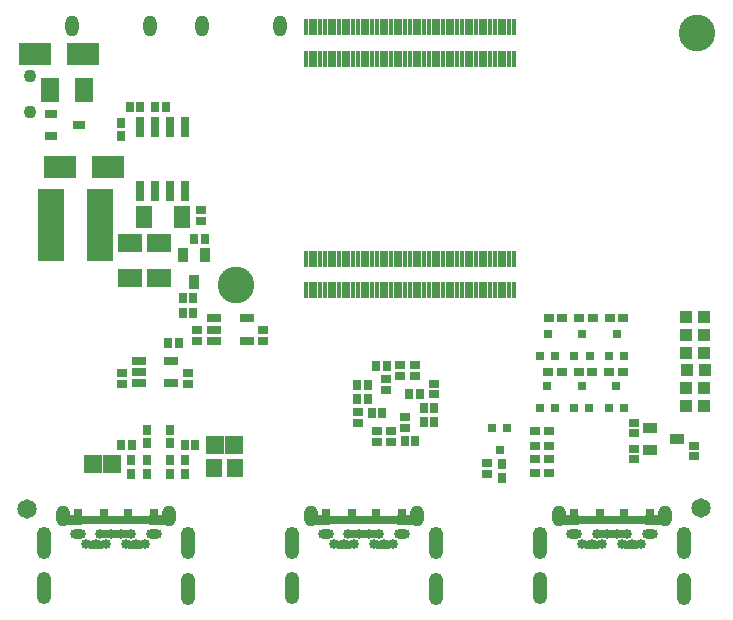
<source format=gbs>
G04*
G04 #@! TF.GenerationSoftware,Altium Limited,Altium Designer,22.0.2 (36)*
G04*
G04 Layer_Color=16711935*
%FSLAX25Y25*%
%MOIN*%
G70*
G04*
G04 #@! TF.SameCoordinates,2161BBB5-3730-4A37-975F-558EB53CE70B*
G04*
G04*
G04 #@! TF.FilePolarity,Negative*
G04*
G01*
G75*
%ADD72R,0.05118X0.02756*%
%ADD83R,0.03162X0.03320*%
%ADD84R,0.03753X0.03162*%
%ADD85R,0.03320X0.03162*%
%ADD89R,0.03162X0.03753*%
%ADD109R,0.03359X0.04540*%
%ADD120R,0.05918X0.06312*%
%ADD122C,0.06509*%
%ADD123C,0.04343*%
%ADD124C,0.03359*%
%ADD125O,0.05328X0.03359*%
%ADD126C,0.03162*%
%ADD127O,0.04737X0.07099*%
%ADD128O,0.04737X0.10879*%
%ADD129O,0.04343X0.07099*%
%ADD130C,0.12200*%
%ADD163R,0.05512X0.03543*%
%ADD164R,0.02953X0.00787*%
%ADD165R,0.09449X0.02756*%
%ADD166R,0.04540X0.03162*%
%ADD167R,0.03950X0.03950*%
%ADD168R,0.05328X0.07493*%
%ADD169R,0.07887X0.05918*%
%ADD170R,0.08674X0.24422*%
%ADD171R,0.03162X0.06509*%
%ADD172R,0.10642X0.07493*%
%ADD173R,0.05918X0.07887*%
%ADD174R,0.04343X0.03162*%
%ADD175R,0.03162X0.02965*%
%ADD176R,0.04540X0.03359*%
%ADD177R,0.02769X0.01981*%
%ADD178R,0.02178X0.03162*%
%ADD179R,0.05328X0.06115*%
%ADD180R,0.01587X0.05288*%
D72*
X-95078Y-81299D02*
D03*
X-82087D02*
D03*
X590D02*
D03*
X-12401D02*
D03*
X83267D02*
D03*
X70276D02*
D03*
D83*
X-67559Y-14173D02*
D03*
X-71024D02*
D03*
X-62835Y764D02*
D03*
X-66299D02*
D03*
X-62835Y-3937D02*
D03*
X-66299D02*
D03*
X-58898Y20472D02*
D03*
X-62362D02*
D03*
X-71890Y64567D02*
D03*
X-75354D02*
D03*
X-84016D02*
D03*
X-80551D02*
D03*
X-4567Y-27953D02*
D03*
X-8032D02*
D03*
X1732Y-21654D02*
D03*
X-1732D02*
D03*
X7717Y-46850D02*
D03*
X11181D02*
D03*
X14016Y-35827D02*
D03*
X17480D02*
D03*
X-4567Y-32677D02*
D03*
X-8032D02*
D03*
X17480Y-40551D02*
D03*
X14016D02*
D03*
X158Y-37402D02*
D03*
X-3307D02*
D03*
X12756Y-31102D02*
D03*
X9291D02*
D03*
X-86772Y-48031D02*
D03*
X-83307D02*
D03*
X-65512D02*
D03*
X-62047D02*
D03*
D84*
X80610Y-5874D02*
D03*
X76083D02*
D03*
X70374D02*
D03*
X65847D02*
D03*
X60232D02*
D03*
X55705D02*
D03*
X60038Y-23622D02*
D03*
X55510D02*
D03*
X70177D02*
D03*
X65650D02*
D03*
X80495D02*
D03*
X75967D02*
D03*
X51181Y-43543D02*
D03*
X55709D02*
D03*
X55807Y-57381D02*
D03*
X51279D02*
D03*
X55807Y-48268D02*
D03*
X51279D02*
D03*
Y-52756D02*
D03*
X55807D02*
D03*
D85*
X103986Y-51732D02*
D03*
Y-48268D02*
D03*
X-86502Y-24191D02*
D03*
Y-27656D02*
D03*
X-64455Y-24191D02*
D03*
Y-27656D02*
D03*
X-61417Y-13330D02*
D03*
Y-9865D02*
D03*
X-39370Y-13330D02*
D03*
Y-9865D02*
D03*
X-60236Y30079D02*
D03*
Y26614D02*
D03*
X-7874Y-37244D02*
D03*
Y-40709D02*
D03*
X11024Y-24961D02*
D03*
Y-21496D02*
D03*
X-1575Y-43543D02*
D03*
Y-47008D02*
D03*
X84252Y-44252D02*
D03*
Y-40787D02*
D03*
Y-52913D02*
D03*
Y-49449D02*
D03*
X35039Y-57638D02*
D03*
Y-54173D02*
D03*
X17323Y-27795D02*
D03*
Y-31260D02*
D03*
X3150Y-43543D02*
D03*
Y-47008D02*
D03*
X6299Y-24961D02*
D03*
Y-21496D02*
D03*
X7874Y-38819D02*
D03*
Y-42283D02*
D03*
X1575Y-29685D02*
D03*
Y-26221D02*
D03*
D89*
X-87008Y59350D02*
D03*
Y54823D02*
D03*
X40157Y-54429D02*
D03*
Y-58957D02*
D03*
X-83465Y-57776D02*
D03*
Y-53248D02*
D03*
X-78347Y-47539D02*
D03*
Y-43012D02*
D03*
Y-53248D02*
D03*
Y-57776D02*
D03*
X-65354D02*
D03*
Y-53248D02*
D03*
X-70472Y-47539D02*
D03*
Y-43012D02*
D03*
Y-57776D02*
D03*
Y-53248D02*
D03*
D109*
X-66339Y15157D02*
D03*
X-58858D02*
D03*
X-62598Y6102D02*
D03*
D120*
X-96063Y-54331D02*
D03*
X-89764D02*
D03*
X-49213Y-48031D02*
D03*
X-55512D02*
D03*
D122*
X106329Y-69213D02*
D03*
X-118110Y-69291D02*
D03*
D123*
X-117323Y62992D02*
D03*
Y74803D02*
D03*
D124*
X-95276Y-81260D02*
D03*
X-98425D02*
D03*
X-91929D02*
D03*
X-90158Y-77716D02*
D03*
X-93701D02*
D03*
X-83465D02*
D03*
X-87008D02*
D03*
X-85236Y-81260D02*
D03*
X-78740D02*
D03*
X-81890D02*
D03*
X787D02*
D03*
X3937D02*
D03*
X-2559D02*
D03*
X-4331Y-77716D02*
D03*
X-787D02*
D03*
X-11024D02*
D03*
X-7480D02*
D03*
X-9252Y-81260D02*
D03*
X-15748D02*
D03*
X-12598D02*
D03*
X83464D02*
D03*
X86614D02*
D03*
X80118D02*
D03*
X78346Y-77716D02*
D03*
X81890D02*
D03*
X71653D02*
D03*
X75197D02*
D03*
X73425Y-81260D02*
D03*
X66929D02*
D03*
X70079D02*
D03*
D125*
X-75984Y-77716D02*
D03*
X-101181D02*
D03*
X-18504D02*
D03*
X6693D02*
D03*
X64173D02*
D03*
X89370D02*
D03*
D126*
X-102165Y-73228D02*
D03*
X-75000D02*
D03*
X7677D02*
D03*
X-19488D02*
D03*
X90354D02*
D03*
X63189D02*
D03*
D127*
X-106201Y-71654D02*
D03*
X-70965D02*
D03*
X11713D02*
D03*
X-23524D02*
D03*
X94390D02*
D03*
X59153D02*
D03*
D128*
X-64665Y-80866D02*
D03*
X-112500D02*
D03*
X-64665Y-96063D02*
D03*
X-112500Y-95669D02*
D03*
X-29823D02*
D03*
X18012Y-96063D02*
D03*
X-29823Y-80866D02*
D03*
X18012D02*
D03*
X52854Y-95669D02*
D03*
X100689Y-96063D02*
D03*
X52854Y-80866D02*
D03*
X100689D02*
D03*
D129*
X-103150Y91634D02*
D03*
X-77165D02*
D03*
X-33858Y91536D02*
D03*
X-59842D02*
D03*
D130*
X-48386Y5236D02*
D03*
X105236Y89331D02*
D03*
D163*
X-102362Y-73032D02*
D03*
X-74803D02*
D03*
X7874D02*
D03*
X-19685D02*
D03*
X90551D02*
D03*
X62992D02*
D03*
D164*
X-92519Y-71653D02*
D03*
X-84646D02*
D03*
X-1969D02*
D03*
X-9842D02*
D03*
X80708D02*
D03*
X72835D02*
D03*
D165*
X-88583Y-77756D02*
D03*
X-5906D02*
D03*
X76772D02*
D03*
D166*
X-80892Y-27538D02*
D03*
Y-23797D02*
D03*
Y-20057D02*
D03*
X-70065D02*
D03*
Y-27538D02*
D03*
X-55809Y-13368D02*
D03*
Y-9628D02*
D03*
Y-5888D02*
D03*
X-44982D02*
D03*
Y-13368D02*
D03*
D167*
X107677Y-23228D02*
D03*
X101772D02*
D03*
X107520Y-5512D02*
D03*
X101614D02*
D03*
X101614Y-11406D02*
D03*
X107520D02*
D03*
X101614Y-17312D02*
D03*
X107520D02*
D03*
X107520Y-35039D02*
D03*
X101614D02*
D03*
Y-29134D02*
D03*
X107520D02*
D03*
D168*
X-79036Y27953D02*
D03*
X-66634D02*
D03*
D169*
X-83943Y7677D02*
D03*
Y19094D02*
D03*
X-74101Y7677D02*
D03*
Y19094D02*
D03*
D170*
X-93701Y25197D02*
D03*
X-110236D02*
D03*
D171*
X-80472Y58071D02*
D03*
X-75472D02*
D03*
X-70473D02*
D03*
X-65473D02*
D03*
X-80472Y36614D02*
D03*
X-75472D02*
D03*
X-70473D02*
D03*
X-65473D02*
D03*
D172*
X-91339Y44488D02*
D03*
X-107087D02*
D03*
X-99606Y82284D02*
D03*
X-115354D02*
D03*
D173*
X-99252Y70079D02*
D03*
X-110669D02*
D03*
D174*
X-110039Y54921D02*
D03*
Y62402D02*
D03*
X-100984Y58661D02*
D03*
D175*
X39370Y-49705D02*
D03*
X41929Y-42421D02*
D03*
X36811D02*
D03*
X66737Y-28316D02*
D03*
X64178Y-35600D02*
D03*
X69296D02*
D03*
X78231Y-28316D02*
D03*
X75672Y-35600D02*
D03*
X80790D02*
D03*
X55242Y-28331D02*
D03*
X52683Y-35615D02*
D03*
X57801D02*
D03*
X55358Y-11219D02*
D03*
X52799Y-18503D02*
D03*
X57917D02*
D03*
X78347Y-11219D02*
D03*
X75787Y-18503D02*
D03*
X80905D02*
D03*
X66852Y-11219D02*
D03*
X64293Y-18503D02*
D03*
X69411D02*
D03*
D176*
X98622Y-46063D02*
D03*
X89567Y-42323D02*
D03*
Y-49803D02*
D03*
D177*
X-92520Y-70512D02*
D03*
X-101181D02*
D03*
X-75984D02*
D03*
X-84646D02*
D03*
X-1969D02*
D03*
X6693D02*
D03*
X-18504D02*
D03*
X-9843D02*
D03*
X80709D02*
D03*
X89370D02*
D03*
X64173D02*
D03*
X72835D02*
D03*
D178*
X-77756Y-73228D02*
D03*
X-79724D02*
D03*
X-81693D02*
D03*
X-83661D02*
D03*
X-85630D02*
D03*
X-99409D02*
D03*
X-97441D02*
D03*
X-95472D02*
D03*
X-93504D02*
D03*
X-91535D02*
D03*
X-89567D02*
D03*
X-87598D02*
D03*
X-4921D02*
D03*
X-6890D02*
D03*
X-8858D02*
D03*
X-10827D02*
D03*
X-12795D02*
D03*
X-14764D02*
D03*
X-16732D02*
D03*
X-2953D02*
D03*
X-984D02*
D03*
X984D02*
D03*
X2953D02*
D03*
X4921D02*
D03*
X77756D02*
D03*
X75787D02*
D03*
X73819D02*
D03*
X71850D02*
D03*
X69882D02*
D03*
X67913D02*
D03*
X65945D02*
D03*
X79724D02*
D03*
X81693D02*
D03*
X83661D02*
D03*
X85630D02*
D03*
X87598D02*
D03*
D179*
X-55807Y-55905D02*
D03*
X-48917D02*
D03*
D180*
X-25197Y91102D02*
D03*
Y80709D02*
D03*
X-23622Y91102D02*
D03*
Y80709D02*
D03*
X-22047Y91102D02*
D03*
Y80709D02*
D03*
X-20472Y91102D02*
D03*
Y80709D02*
D03*
X-18898Y91102D02*
D03*
Y80709D02*
D03*
X-17323Y91102D02*
D03*
Y80709D02*
D03*
X-15748Y91102D02*
D03*
Y80709D02*
D03*
X-14173Y91102D02*
D03*
Y80709D02*
D03*
X-12598Y91102D02*
D03*
Y80709D02*
D03*
X-11024Y91102D02*
D03*
Y80709D02*
D03*
X-9449Y91102D02*
D03*
Y80709D02*
D03*
X-7874Y91102D02*
D03*
Y80709D02*
D03*
X-6299Y91102D02*
D03*
Y80709D02*
D03*
X-4724Y91102D02*
D03*
Y80709D02*
D03*
X-3150Y91102D02*
D03*
Y80709D02*
D03*
X-1575Y91102D02*
D03*
Y80709D02*
D03*
X0Y91102D02*
D03*
Y80709D02*
D03*
X1575Y91102D02*
D03*
Y80709D02*
D03*
X3150Y91102D02*
D03*
Y80709D02*
D03*
X4724Y91102D02*
D03*
Y80709D02*
D03*
X6299Y91102D02*
D03*
Y80709D02*
D03*
X7874Y91102D02*
D03*
Y80709D02*
D03*
X9449Y91102D02*
D03*
Y80709D02*
D03*
X11024Y91102D02*
D03*
Y80709D02*
D03*
X12598Y91102D02*
D03*
Y80709D02*
D03*
X14173Y91102D02*
D03*
Y80709D02*
D03*
X15748Y91102D02*
D03*
Y80709D02*
D03*
X17323Y91102D02*
D03*
Y80709D02*
D03*
X18898Y91102D02*
D03*
Y80709D02*
D03*
X20472Y91102D02*
D03*
Y80709D02*
D03*
X22047Y91102D02*
D03*
Y80709D02*
D03*
X23622Y91102D02*
D03*
Y80709D02*
D03*
X25197Y91102D02*
D03*
Y80709D02*
D03*
X26772Y91102D02*
D03*
Y80709D02*
D03*
X28346Y91102D02*
D03*
Y80709D02*
D03*
X29921Y91102D02*
D03*
Y80709D02*
D03*
X31496Y91102D02*
D03*
Y80709D02*
D03*
X33071Y91102D02*
D03*
Y80709D02*
D03*
X34646Y91102D02*
D03*
Y80709D02*
D03*
X36220Y91102D02*
D03*
Y80709D02*
D03*
X37795Y91102D02*
D03*
Y80709D02*
D03*
X39370Y91102D02*
D03*
Y80709D02*
D03*
X40945Y91102D02*
D03*
Y80709D02*
D03*
X42520Y91102D02*
D03*
Y80709D02*
D03*
X44094Y91102D02*
D03*
Y80709D02*
D03*
Y3543D02*
D03*
Y13937D02*
D03*
X42520Y3543D02*
D03*
Y13937D02*
D03*
X40945Y3543D02*
D03*
Y13937D02*
D03*
X39370Y3543D02*
D03*
Y13937D02*
D03*
X37795Y3543D02*
D03*
Y13937D02*
D03*
X36220Y3543D02*
D03*
Y13937D02*
D03*
X34646Y3543D02*
D03*
Y13937D02*
D03*
X33071Y3543D02*
D03*
Y13937D02*
D03*
X31496Y3543D02*
D03*
Y13937D02*
D03*
X29921Y3543D02*
D03*
Y13937D02*
D03*
X28346Y3543D02*
D03*
Y13937D02*
D03*
X26772Y3543D02*
D03*
Y13937D02*
D03*
X25197Y3543D02*
D03*
Y13937D02*
D03*
X23622Y3543D02*
D03*
Y13937D02*
D03*
X22047Y3543D02*
D03*
Y13937D02*
D03*
X20472Y3543D02*
D03*
Y13937D02*
D03*
X18898Y3543D02*
D03*
Y13937D02*
D03*
X17323Y3543D02*
D03*
Y13937D02*
D03*
X15748Y3543D02*
D03*
Y13937D02*
D03*
X14173Y3543D02*
D03*
Y13937D02*
D03*
X12598Y3543D02*
D03*
Y13937D02*
D03*
X11024Y3543D02*
D03*
Y13937D02*
D03*
X9449Y3543D02*
D03*
Y13937D02*
D03*
X7874Y3543D02*
D03*
Y13937D02*
D03*
X6299Y3543D02*
D03*
Y13937D02*
D03*
X4724Y3543D02*
D03*
Y13937D02*
D03*
X3150Y3543D02*
D03*
Y13937D02*
D03*
X1575Y3543D02*
D03*
Y13937D02*
D03*
X0Y3543D02*
D03*
Y13937D02*
D03*
X-1575Y3543D02*
D03*
Y13937D02*
D03*
X-3150Y3543D02*
D03*
Y13937D02*
D03*
X-4724Y3543D02*
D03*
Y13937D02*
D03*
X-6299Y3543D02*
D03*
Y13937D02*
D03*
X-7874Y3543D02*
D03*
Y13937D02*
D03*
X-9449Y3543D02*
D03*
Y13937D02*
D03*
X-11024Y3543D02*
D03*
Y13937D02*
D03*
X-12598Y3543D02*
D03*
Y13937D02*
D03*
X-14173Y3543D02*
D03*
Y13937D02*
D03*
X-15748Y3543D02*
D03*
Y13937D02*
D03*
X-17323Y3543D02*
D03*
Y13937D02*
D03*
X-18898Y3543D02*
D03*
Y13937D02*
D03*
X-20472Y3543D02*
D03*
Y13937D02*
D03*
X-22047Y3543D02*
D03*
Y13937D02*
D03*
X-23622Y3543D02*
D03*
Y13937D02*
D03*
X-25197Y3543D02*
D03*
Y13937D02*
D03*
M02*

</source>
